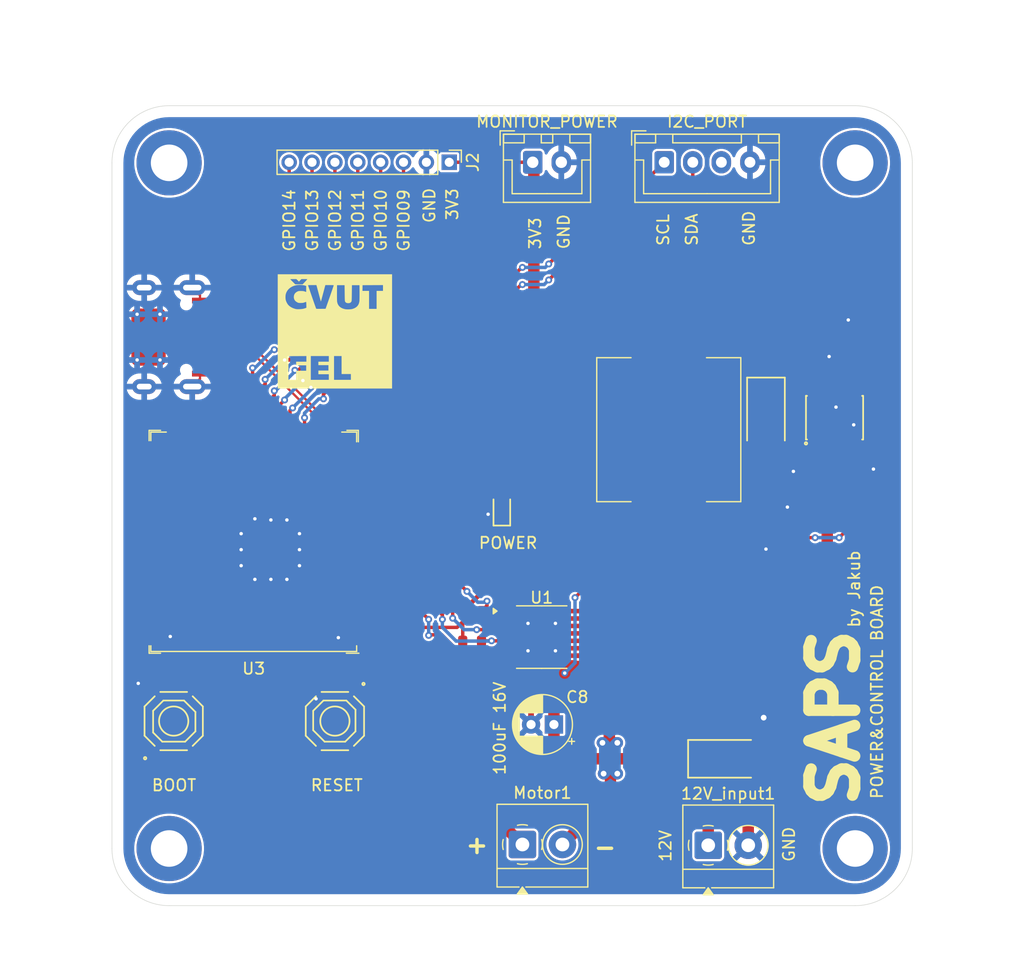
<source format=kicad_pcb>
(kicad_pcb (version 20241229) (generator "pcbnew") (generator_version "9.0")
  (layers (0 "F.Cu" signal) (2 "B.Cu" signal) (13 "F.Paste" user) (15 "B.Paste" user) (5 "F.SilkS" user "F.Silkscreen") (7 "B.SilkS" user "B.Silkscreen") (1 "F.Mask" user) (3 "B.Mask" user) (25 "Edge.Cuts" user))
  (net 0 "")
  (net 1 "GND")
  (net 2 "Net-(U2-SS)")
  (net 3 "+3.3V")
  (net 4 "Net-(U2-COMP)")
  (net 5 "Net-(C9-Pad2)")
  (net 6 "+12V")
  (net 7 "Net-(U1-CP2)")
  (net 8 "Net-(U1-CP1)")
  (net 9 "Net-(U1-VCP)")
  (net 10 "/DRV_fault")
  (net 11 "/DRV_sleep")
  (net 12 "/DRV_motor+")
  (net 14 "/DRV_enable")
  (net 15 "/DRV_phase")
  (net 17 "/DRV_motor-")
  (net 18 "/ESP_SCL")
  (net 19 "Net-(U2-BOOT)")
  (net 20 "/ESP_SDA")
  (net 21 "Net-(U2-PH)")
  (net 23 "Net-(U2-EN)")
  (net 24 "/DCDC_VSENCE")
  (net 25 "Net-(D2-Pad2)")
  (net 26 "Net-(S1-A)")
  (net 27 "/BOOT_BUTTON")
  (net 28 "Net-(J1-VBUS-PadA9B4)")
  (net 30 "/USB_D+")
  (net 31 "/USB_D-")
  (net 32 "Net-(J1-CC1)")
  (net 34 "Net-(J1-CC2)")
  (net 35 "/HEADER_GPIO12")
  (net 36 "/HEADER_GPIO14")
  (net 37 "/HEADER_GPIO10")
  (net 38 "/HEADER_GPIO11")
  (net 39 "/HEADER_GPIO13")
  (net 40 "/HEADER_GPIO15")
  (footprint "PCM_JLCPCB:R_0603" (layer "F.Cu") (at 113.9 76 90)
    (property "Reference" "R18" (hide yes))
    (property "Value" "5.1kΩ")
  )
  (footprint "PCM_JLCPCB:R_0603" (layer "F.Cu") (at 169.4 91.4)
    (property "Reference" "R6" (hide yes))
    (property "Value" "2kΩ")
  )
  (footprint "PCM_JLCPCB:R_0603" (layer "F.Cu") (at 161.68 97.15 180)
    (property "Reference" "R11" (hide yes))
    (property "Value" "2.4kΩ")
  )
  (footprint "PCM_JLCPCB:R_0603" (layer "F.Cu") (at 136 106.1)
    (property "Reference" "R2" (hide yes))
    (property "Value" "3.3kΩ")
  )
  (footprint "PCM_JLCPCB:C_0603" (layer "F.Cu") (at 142.2 109.5)
    (property "Reference" "C7" (hide yes))
    (property "Value" "100pF")
  )
  (footprint "PCM_JLCPCB:C_0805" (layer "F.Cu") (at 161.7 91.25)
    (property "Reference" "C12" (hide yes))
    (property "Value" "47uF")
  )
  (footprint "PCM_JLCPCB:D_SMA" (layer "F.Cu") (at 158.4 116.4)
    (property "Reference" "D3" (hide yes))
    (property "Value" "SMAJ24A")
  )
  (footprint "PCM_JLCPCB:C_0603" (layer "F.Cu") (at 169.9 81.2 90)
    (property "Reference" "C10" (hide yes))
    (property "Value" "47pF")
  )
  (footprint "PCM_JLCPCB:R_0603" (layer "F.Cu") (at 169.4 92.8)
    (property "Reference" "R5" (hide yes))
    (property "Value" "10kΩ")
  )
  (footprint "PCM_JLCPCB:R_0603" (layer "F.Cu") (at 149.9 69.6)
    (property "Reference" "R3" (hide yes))
    (property "Value" "4.7kΩ")
  )
  (footprint "PCM_JLCPCB:R_0603" (layer "F.Cu") (at 140.3 94.5 -90)
    (property "Reference" "R16" (hide yes))
    (property "Value" "240Ω")
  )
  (footprint "PCM_JLCPCB:R_0603" (layer "F.Cu") (at 149.9 73.1)
    (property "Reference" "R4" (hide yes))
    (property "Value" "4.7kΩ")
  )
  (footprint "PCM_JLCPCB:C_0603" (layer "F.Cu") (at 147.1 105.1 90)
    (property "Reference" "C5" (hide yes))
    (property "Value" "100pF")
  )
  (footprint "MountingHole:MountingHole_3.2mm_M3_ISO7380_Pad" (layer "F.Cu") (at 169.5 64.25)
    (property "Reference" "REF**" (hide yes))
    (property "Value" "MountingHole_3.2mm_M3_ISO7380_Pad")
  )
  (footprint "PCM_JLCPCB:SW-SMD_4P-L5.1-W5.1-P3.70-LS6.5-TL-2" (layer "F.Cu") (at 109.9 113.1 90)
    (property "Reference" "S2" (hide yes))
    (property "Value" "Tactile Button, 160gf")
  )
  (footprint "PCM_JLCPCB:C_0603" (layer "F.Cu") (at 147.1 102.1 -90)
    (property "Reference" "C6" (hide yes))
    (property "Value" "100pF")
  )
  (footprint "Connector_JST:JST_XH_B4B-XH-A_1x04_P2.50mm_Vertical" (layer "F.Cu") (at 152.8 64.2)
    (property "Reference" "I2C_PORT")
    (property "Value" "~")
  )
  (footprint "CTU_FEE:CVUT_FEL" (layer "F.Cu") (at 124 79)
    (property "Reference" "G***" (hide yes))
    (property "Value" "LOGO" (hide yes))
  )
  (footprint "PCM_JLCPCB:R_0603" (layer "F.Cu") (at 129.9 105.75 90)
    (property "Reference" "R17" (hide yes))
    (property "Value" "10kΩ")
  )
  (footprint "TerminalBlock_4Ucon:TerminalBlock_4Ucon_1x02_P3.50mm_Horizontal" (layer "F.Cu") (at 156.65 123.9675)
    (property "Reference" "12V_input1")
    (property "Value" "~")
  )
  (footprint "PCM_JLCPCB:SW-SMD_4P-L5.1-W5.1-P3.70-LS6.5-TL-2" (layer "F.Cu") (at 124 113.1 -90)
    (property "Reference" "S1" (hide yes))
    (property "Value" "Tactile Button, 160gf")
  )
  (footprint "PCM_JLCPCB:R_0603" (layer "F.Cu") (at 113.9 83 -90)
    (property "Reference" "R19" (hide yes))
    (property "Value" "5.1kΩ")
  )
  (footprint "PCM_JLCPCB:C_0805" (layer "F.Cu") (at 165.5 93.15 180)
    (property "Reference" "C2" (hide yes))
    (property "Value" "4.7uF")
  )
  (footprint "PCM_JLCPCB:D_0603" (layer "F.Cu") (at 138.6 94.5 90)
    (property "Reference" "D2" (hide yes))
    (property "Value" "Red")
  )
  (footprint "PCM_JLCPCB:R_0603" (layer "F.Cu") (at 161.6 95.25)
    (property "Reference" "R10" (hide yes))
    (property "Value" "7.5kΩ")
  )
  (footprint "MountingHole:MountingHole_3.2mm_M3_ISO7380_Pad" (layer "F.Cu") (at 169.5 124.25)
    (property "Reference" "REF**" (hide yes))
    (property "Value" "MountingHole_3.2mm_M3_ISO7380_Pad")
  )
  (footprint "MountingHole:MountingHole_3.2mm_M3_ISO7380_Pad" (layer "F.Cu") (at 109.5 124.25)
    (property "Reference" "REF**" (hide yes))
    (property "Value" "MountingHole_3.2mm_M3_ISO7380_Pad")
  )
  (footprint "PCM_JLCPCB:C_0402" (layer "F.Cu") (at 166.1 91.55 180)
    (property "Reference" "C3" (hide yes))
    (property "Value" "10nF")
  )
  (footprint "Connector_JST:JST_XH_B2B-XH-A_1x02_P2.50mm_Vertical" (layer "F.Cu") (at 141.3 64.2)
    (property "Reference" "MONITOR_POWER")
    (property "Value" "~")
  )
  (footprint "PCM_JLCPCB:SOIC-8_L5.0-W4.0-P1.27-LS6.0-BL" (layer "F.Cu") (at 167.7 86.55)
    (property "Reference" "U2" (hide yes))
    (property "Value" "TPS54331DR")
  )
  (footprint "PCM_JLCPCB:C_0402" (layer "F.Cu") (at 127.2 105.1 -90)
    (property "Reference" "C17" (hide yes))
    (property "Value" "100nF")
  )
  (footprint "PCM_JLCPCB:C_0402" (layer "F.Cu") (at 164.3 86.6 90)
    (property "Reference" "C11" (hide yes))
    (property "Value" "100nF")
  )
  (footprint "TerminalBlock_4Ucon:TerminalBlock_4Ucon_1x02_P3.50mm_Horizontal" (layer "F.Cu") (at 140.4 123.9)
    (property "Reference" "Motor1")
    (property "Value" "~")
  )
  (footprint "PCM_JLCPCB:C_0402" (layer "F.Cu") (at 109.9 109.5)
    (property "Reference" "C16" (hide yes))
    (property "Value" "100nF")
  )
  (footprint "PCM_JLCPCB:TYPE-C-SMD_HX-TYPE-C-16PIN" (layer "F.Cu") (at 109.7 79.5 -90)
    (property "Reference" "J1" (hide yes))
    (property "Value" "Connector, USB-TYPE-C-16P")
  )
  (footprint "PCM_JLCPCB:C_0402" (layer "F.Cu") (at 124 109.5 180)
    (property "Reference" "C15" (hide yes))
    (property "Value" "100nF")
  )
  (footprint "Capacitor_THT:CP_Radial_D5.0mm_P2.00mm" (layer "F.Cu") (at 143.155113 113.4 180)
    (property "Reference" "C8")
    (property "Value" "100uF")
  )
  (footprint "PCM_JLCPCB:D_SMA" (layer "F.Cu") (at 161.7 86.55 -90)
    (property "Reference" "D1" (hide yes))
    (property "Value" "SS34")
  )
  (footprint "PCM_Espressif:ESP32-S3-WROOM-1U" (layer "F.Cu") (at 116.9 97.56 180)
    (property "Reference" "U3")
    (property "Value" "ESP32-S3-WROOM-1")
  )
  (footprint "PCM_JLCPCB:R_0603" (layer "F.Cu") (at 169.1 79)
    (property "Reference" "R9" (hide yes))
    (property "Value" "30kΩ")
  )
  (footprint "PCM_JLCPCB:L_SMD,12.3x12.3mm" (layer "F.Cu") (at 153.2 87.6 -90)
    (property "Reference" "L1" (hide yes))
    (property "Value" "6.8uH")
  )
  (footprint "PCM_JLCPCB:C_0402" (layer "F.Cu") (at 171 89.3 90)
    (property "Reference" "C4" (hide yes))
    (property "Value" "10nF")
  )
  (footprint "PCM_JLCPCB:R_0603" (layer "F.Cu") (at 136 103.5 180)
    (property "Reference" "R1" (hide yes))
    (property "Value" "3.3kΩ")
  )
  (footprint "PCM_JLCPCB:C_0805" (layer "F.Cu") (at 165.5 95.35 180)
    (property "Reference" "C1" (hide yes))
    (property "Value" "4.7uF")
  )
  (footprint "PCM_JLCPCB:C_0805" (layer "F.Cu") (at 161.7 93.45)
    (property "Reference" "C13" (hide yes))
    (property "Value" "47uF")
  )
  (footprint "MountingHole:MountingHole_3.2mm_M3_ISO7380_Pad" (layer "F.Cu") (at 109.5 64.25)
    (property "Reference" "REF**" (hide yes))
    (property "Value" "MountingHole_3.2mm_M3_ISO7380_Pad")
  )
  (footprint "Connector_PinHeader_2.00mm:PinHeader_1x08_P2.00mm_Vertical" (layer "F.Cu") (at 134 64.2 -90)
    (property "Reference" "J2")
    (property "Value" "Conn_01x08")
  )
  (footprint "PCM_JLCPCB:C_0603" (layer "F.Cu") (at 128.4 105.6 -90)
    (property "Reference" "C18" (hide yes))
    (property "Value" "10uF")
  )
  (footprint "PCM_JLCPCB:C_0603" (layer "F.Cu") (at 168.3 81.2 90)
    (property "Reference" "C9" (hide yes))
    (property "Value" "1nF")
  )
  (footprint "Package_SO:TSSOP-16-1EP_4.4x5mm_P0.65mm_EP3x3mm_ThermalVias" (layer "F.Cu") (at 142.0875 105.75)
    (property "Reference" "U1")
    (property "Value" "DRV8800PWPR")
  )
  (gr_line (start 169.5 59.25) (end 109.5 59.25) (stroke (width 0.05)) (layer "Edge.Cuts"))
  (gr_arc (start 174.5 124.25) (mid 173.035534 127.785534) (end 169.5 129.25) (stroke (width 0.05)) (layer "Edge.Cuts"))
  (gr_line (start 109.5 129.25) (end 169.5 129.25) (stroke (width 0.05)) (layer "Edge.Cuts"))
  (gr_arc (start 169.5 59.25) (mid 173.035534 60.714466) (end 174.5 64.25) (stroke (width 0.05)) (layer "Edge.Cuts"))
  (gr_arc (start 109.5 129.25) (mid 105.964466 127.785534) (end 104.5 124.25) (stroke (width 0.05)) (layer "Edge.Cuts"))
  (gr_line (start 174.5 64.25) (end 174.5 124.25) (stroke (width 0.05)) (layer "Edge.Cuts"))
  (gr_arc (start 104.5 64.25) (mid 105.964466 60.714466) (end 109.5 59.25) (stroke (width 0.05)) (layer "Edge.Cuts"))
  (gr_line (start 104.5 64.25) (end 104.5 124.25) (stroke (width 0.05)) (layer "Edge.Cuts"))
  (gr_text "by Jakub" (at 170 105 90) (layer "F.SilkS") (effects (font (size 1 1) (thickness 0.153)) (justify left bottom)))
  (gr_text "GND" (at 144.6 71.9 90) (layer "F.SilkS") (effects (font (size 1 1) (thickness 0.153)) (justify left bottom)))
  (gr_text "GND" (at 160.8 71.6 90) (layer "F.SilkS") (effects (font (size 1 1) (thickness 0.153)) (justify left bottom)))
  (gr_text "GND" (at 132.85 69.6 90) (layer "F.SilkS") (effects (font (size 1 1)) (justify left bottom)))
  (gr_text "100uF 16V" (at 139 117.9 90) (layer "F.SilkS") (effects (font (size 1 1)) (justify left bottom)))
  (gr_text "GPIO12" (at 124.6 72.1 90) (layer "F.SilkS") (effects (font (size 1 1) (thickness 0.153)) (justify left bottom)))
  (gr_text "GND" (at 164.3 125.5 90) (layer "F.SilkS") (effects (font (size 1 1)) (justify left bottom)))
  (gr_text "-" (at 146.5 125 0) (layer "F.SilkS") (effects (font (size 1.5 1.5) (thickness 0.3) (bold yes)) (justify left bottom)))
  (gr_text "SDA" (at 155.8 71.6 90) (layer "F.SilkS") (effects (font (size 1 1) (thickness 0.153)) (justify left bottom)))
  (gr_text "POWER&CONTROL BOARD" (at 172 120 90) (layer "F.SilkS") (effects (font (size 1 1) (thickness 0.153)) (justify left bottom)))
  (gr_text "SCL" (at 153.3 71.6 90) (layer "F.SilkS") (effects (font (size 1 1) (thickness 0.153)) (justify left bottom)))
  (gr_text "3V3" (at 134.85 69.35 90) (layer "F.SilkS") (effects (font (size 1 1)) (justify left bottom)))
  (gr_text "GPIO13" (at 122.6 72.1 90) (layer "F.SilkS") (effects (font (size 1 1) (thickness 0.153)) (justify left bottom)))
  (gr_text "BOOT" (at 107.9 119.3 0) (layer "F.SilkS") (effects (font (size 1 1) (thickness 0.153)) (justify left bottom)))
  (gr_text "SAPS" (at 170 121 90) (layer "F.SilkS") (effects (font (size 4 4) (thickness 1) (bold yes)) (justify left bottom)))
  (gr_text "GPIO14" (at 120.6 72.1 90) (layer "F.SilkS") (effects (font (size 1 1) (thickness 0.153)) (justify left bottom)))
  (gr_text "+" (at 135.3 124.8 0) (layer "F.SilkS") (effects (font (size 1.5 1.5) (thickness 0.3) (bold yes)) (justify left bottom)))
  (gr_text "12V" (at 153.5 125.5 90) (layer "F.SilkS") (effects (font (size 1 1)) (justify left bottom)))
  (gr_text "GPIO09\n" (at 130.6 72.1 90) (layer "F.SilkS") (effects (font (size 1 1)) (justify left bottom)))
  (gr_text "POWER" (at 136.5 98.1 0) (layer "F.SilkS") (effects (font (size 1 1) (thickness 0.153)) (justify left bottom)))
  (gr_text "3V3" (at 142.1 71.9 90) (layer "F.SilkS") (effects (font (size 1 1) (thickness 0.153)) (justify left bottom)))
  (gr_text "GPIO10" (at 128.6 72.1 90) (layer "F.SilkS") (effects (font (size 1 1)) (justify left bottom)))
  (gr_text "GPIO11" (at 126.6 72.1 90) (layer "F.SilkS") (effects (font (size 1 1) (thickness 0.153)) (justify left bottom)))
  (gr_text "RESET" (at 121.8 119.3 0) (layer "F.SilkS") (effects (font (size 1 1) (thickness 0.153)) (justify left bottom)))
  (segment (start 162.65 91.25) (end 162.65 93.45) (width 0.5) (layer "F.Cu") (net 1))
  (segment (start 160.86 97.21) (end 161.7 98.05) (width 0.3) (layer "F.Cu") (net 1))
  (segment (start 170.75 91.4) (end 171.1 91.05) (width 0.3) (layer "F.Cu") (net 1))
  (segment (start 167.06 84.86) (end 167.06 83.84) (width 0.3) (layer "F.Cu") (net 1))
  (segment (start 160.86 97.15) (end 160.86 97.21) (width 0.3) (layer "F.Cu") (net 1))
  (segment (start 168.9 78) (end 168.92 78) (width 0.3) (layer "F.Cu") (net 1))
  (segment (start 125.65 105.82) (end 125.63 105.8) (width 0.3) (layer "F.Cu") (net 1))
  (segment (start 162.65 93.45) (end 163.575 94.375) (width 0.5) (layer "F.Cu") (net 1))
  (segment (start 144.9625 105.425) (end 142.4125 105.425) (width 0.3) (layer "F.Cu") (net 1))
  (segment (start 142.4125 105.425) (end 142.0875 105.75) (width 0.3) (layer "F.Cu") (net 1))
  (segment (start 139.2125 105.425) (end 141.7625 105.425) (width 0.3) (layer "F.Cu") (net 1))
  (segment (start 162.65 91.25) (end 164.1 91.25) (width 0.5) (layer "F.Cu") (net 1))
  (segment (start 164.1 91.25) (end 165.3 91.25) (width 0.5) (layer "F.Cu") (net 1))
  (segment (start 141.42 109.5) (end 141.42 109.445) (width 0.5) (layer "F.Cu") (net 1))
  (segment (start 140 108.025) (end 139.2125 108.025) (width 0.3) (layer "F.Cu") (net 1))
  (segment (start 127.62 105.6) (end 127.1 105.6) (width 0.3) (layer "F.Cu") (net 1))
  (segment (start 122.45 109.5) (end 122.15 109.8) (width 0.3) (layer "F.Cu") (net 1))
  (segment (start 128.4 106.38) (end 127.62 105.6) (width 0.3) (layer "F.Cu") (net 1))
  (segment (start 108.15 105.82) (end 109.48 105.82) (width 0.3) (layer "F.Cu") (net 1))
  (segment (start 167.225 81.2) (end 167.225 78.375) (width 0.3) (layer "F.Cu") (net 1))
  (segment (start 109.1 109.8) (end 109.4 109.5) (width 0.3) (layer "F.Cu") (net 1))
  (segment (start 109.48 105.82) (end 109.6 105.7) (width 0.3) (layer "F.Cu") (net 1))
  (segment (start 125.63 105.8) (end 124.3 105.8) (width 0.3) (layer "F.Cu") (net 1))
  (segment (start 160.15 123.9675) (end 160.15 116.65) (width 1) (layer "F.Cu") (net 1))
  (segment (start 125.87 105.6) (end 125.65 105.82) (width 0.3) (layer "F.Cu") (net 1))
  (segment (start 111.63 83.72) (end 111.52 83.83) (width 0.2) (layer "F.Cu") (net 1))
  (segment (start 122.15 110.95) (end 122.15 109.8) (width 0.3) (layer "F.Cu") (net 1))
  (segment (start 167.225 81.2) (end 167.225 81.575) (width 0.3) (layer "F.Cu") (net 1))
  (segment (start 122.35 111.15) (end 122.15 110.95) (width 0.3) (layer "F.Cu") (net 1))
  (segment (start 169.375 87.175) (end 167.825 85.625) (width 0.3) (layer "F.Cu") (net 1))
  (segment (start 164.55 92.6) (end 164.55 93.15) (width 0.5) (layer "F.Cu") (net 1))
  (segment (start 111.52 75.17) (end 113.89 75.17) (width 0.2) (layer "F.Cu") (net 1))
  (segment (start 168.92 78) (end 169.92 79) (width 0.3) (layer "F.Cu") (net 1))
  (segment (start 164.55 93.15) (end 164.55 95.35) (width 0.5) (layer "F.Cu") (net 1))
  (segment (start 138.6 95.29) (end 137.69 95.29) (width 0.5) (layer "F.Cu") (net 1))
  (segment (start 141.42 109.445) (end 140 108.025) (width 0.5) (layer "F.Cu") (net 1))
  (segment (start 140.975 108.025) (end 142.0875 106.9125) (width 0.3) (layer "F.Cu") (net 1))
  (segment (start 170.22 91.4) (end 170.75 91.4) (width 0.3) (layer "F.Cu") (net 1))
  (segment (start 161.7 90.3) (end 162.65 91.25) (width 0.5) (layer "F.Cu") (net 1))
  (segment (start 108.05 109.8) (end 109.1 109.8) (width 0.3) (layer "F.Cu") (net 1))
  (segment (start 112.2 76.3) (end 112.2 75.85) (width 0.2) (layer "F.Cu") (net 1))
  (segment (start 167.6 78) (end 168.9 78) (width 0.3) (layer "F.Cu") (net 1))
  (segment (start 108.05 109.8) (end 106.8 109.8) (width 0.3) (layer "F.Cu") (net 1))
  (segment (start 160.4 116.4) (end 160.4 113.9) (width 1) (layer "F.Cu") (net 1))
  (segment (start 165.3 91.25) (end 165.6 91.55) (width 0.5) (layer "F.Cu") (net 1))
  (segment (start 141.155113 113.4) (end 141.155113 109.764887) (width 0.5) (layer "F.Cu") (net 1))
  (segment (start 167.225 78.375) (end 167.6 78) (width 0.3) (layer "F.Cu") (net 1))
  (segment (start 112.2 75.85) (end 111.52 75.17) (width 0.2) (layer "F.Cu") (net 1))
  (segment (start 167.825 85.625) (end 167.06 84.86) (width 0.3) (layer "F.Cu") (net 1))
  (segment (start 112.2 83.15) (end 112.2 82.7) (width 0.2) (layer "F.Cu") (net 1))
  (segment (start 161.7 88.55) (end 161.7 90.3) (width 0.5) (layer "F.Cu") (net 1))
  (segment (start 169.92 80.4) (end 169.9 80.42) (width 0.2) (layer "F.Cu") (net 1))
  (segment (start 169.92 79) (end 169.92 80.4) (width 0.3) (layer "F.Cu") (net 1))
  (segment (start 123.5 109.5) (end 122.45 109.5) (width 0.3) (layer "F.Cu") (net 1))
  (segment (start 160.15 116.65) (end 160.4 116.4) (width 1) (layer "F.Cu") (net 1))
  (segment (start 167.225 81.575) (end 167.06 81.74) (width 0.3) (layer "F.Cu") (net 1))
  (segment (start 161.7 88.55) (end 161.65 88.55) (width 0.5) (layer "F.Cu") (net 1))
  (segment (start 137.69 95.29) (end 137.4 95) (width 0.5) (layer "F.Cu") (net 1))
  (segment (start 163.575 94.375) (end 164.55 95.35) (width 0.5) (layer "F.Cu") (net 1))
  (segment (start 165.6 91.55) (end 164.55 92.6) (width 0.5) (layer "F.Cu") (net 1))
  (segment (start 114 83.72) (end 111.63 83.72) (width 0.2) (layer "F.Cu") (net 1))
  (segment (start 111.52 83.83) (end 112.2 83.15) (width 0.2) (layer "F.Cu") (net 1))
  (segment (start 139.2125 108.025) (end 140.975 108.025) (width 0.3) (layer "F.Cu") (net 1))
  (segment (start 164.35 95.55) (end 164.55 95.35) (width 0.5) (layer "F.Cu") (net 1))
  (segment (start 167.06 81.74) (end 167.06 83.84) (width 0.3) (layer "F.Cu") (net 1))
  (segment (start 171 88.8) (end 169.375 87.175) (width 0.3) (layer "F.Cu") (net 1))
  (segment (start 127.2 105.6) (end 125.87 105.6) (width 0.3) (layer "F.Cu") (net 1))
  (segment (start 160.4 113.9) (end 161.5 112.8) (width 1) (layer "F.Cu") (net 1))
  (segment (start 141.155113 109.764887) (end 141.42 109.5) (width 0.5) (layer "F.Cu") (net 1))
  (segment (start 113.89 75.17) (end 113.9 75.18) (width 0.2) (layer "F.Cu") (net 1))
  (via (at 106.8 109.8) (size 0.6) (drill 0.3) (layers "F.Cu" "B.Cu") (net 1))
  (via (at 167.225 81.2) (size 0.6) (drill 0.3) (layers "F.Cu" "B.Cu") (net 1))
  (via (at 169.375 87.175) (size 0.6) (drill 0.3) (layers "F.Cu" "B.Cu") (net 1))
  (via (at 109.6 105.7) (size 0.6) (drill 0.3) (layers "F.Cu" "B.Cu") (net 1))
  (via (at 118.4 100.7) (size 0.6) (drill 0.3) (layers "F.Cu" "B.Cu") (net 1))
  (via (at 119.8 100.7) (size 0.6) (drill 0.3) (layers "F.Cu" "B.Cu") (net 1))
  (via (at 115.8 99.5) (size 0.6) (drill 0.3) (layers "F.Cu" "B.Cu") (net 1))
  (via (at 161.7 98.05) (size 0.6) (drill 0.3) (layers "F.Cu" "B.Cu") (net 1))
  (via (at 124.3 105.8) (size 0.6) (drill 0.3) (layers "F.Cu" "B.Cu") (net 1))
  (via (at 168.9 78) (size 0.6) (drill 0.3) (layers "F.Cu" "B.Cu") (net 1))
  (via (at 117 100.7) (size 0.6) (drill 0.3) (layers "F.Cu" "B.Cu") (net 1))
  (via (at 118.4 95.5) (size 0.6) (drill 0.3) (layers "F.Cu" "B.Cu") (net 1))
  (via (at 161.5 112.8) (size 1) (drill 0.5) (layers "F.Cu" "B.Cu") (net 1))
  (via (at 117 95.4) (size 0.6) (drill 0.3) (layers "F.Cu" "B.Cu") (net 1))
  (via (at 120.9 98.1) (size 0.6) (drill 0.3) (layers "F.Cu" "B.Cu") (net 1))
  (via (at 167.825 85.625) (size 0.6) (drill 0.3) (layers "F.Cu" "B.Cu") (net 1))
  (via (at 137.4 95) (size 0.6) (drill 0.3) (layers "F.Cu" "B.Cu") (net 1))
  (via (at 164.1 91.25) (size 0.6) (drill 0.3) (layers "F.Cu" "B.Cu") (net 1))
  (via (at 115.8 96.7) (size 0.6) (drill 0.3) (layers "F.Cu" "B.Cu") (net 1))
  (via (at 122.35 111.15) (size 0.6) (drill 0.3) (layers "F.Cu" "B.Cu") (net 1))
  (via (at 120.9 99.5) (size 0.6) (drill 0.3) (layers "F.Cu" "B.Cu") (net 1))
  (via (at 119.8 95.5) (size 0.6) (drill 0.3) (layers "F.Cu" "B.Cu") (net 1))
  (via (at 115.8 98.1) (size 0.6) (drill 0.3) (layers "F.Cu" "B.Cu") (net 1))
  (via (at 171.1 91.05) (size 0.6) (drill 0.3) (layers "F.Cu" "B.Cu") (net 1))
  (via (at 120.9 96.7) (size 0.6) (drill 0.3) (layers "F.Cu" "B.Cu") (net 1))
  (via (at 163.575 94.375) (size 0.6) (drill 0.3) (layers "F.Cu" "B.Cu") (net 1))
  (segment (start 170.46 89.26) (end 169.61 89.26) (width 0.2) (layer "F.Cu") (net 2))
  (segment (start 171 89.8) (end 170.46 89.26) (width 0.2) (layer "F.Cu") (net 2))
  (segment (start 141.4 64.3) (end 141.3 64.2) (width 1) (layer "F.Cu") (net 3))
  (segment (start 148.98 73.1) (end 149.08 73) (width 0.3) (layer "F.Cu") (net 3))
  (segment (start 141.4 77.8) (end 141.4 72.2) (width 1) (layer "F.Cu") (net 3))
  (segment (start 139.2125 104.125) (end 137.675 104.125) (width 0.3) (layer "F.Cu") (net 3))
  (segment (start 129.93 104.9) (end 134.68 104.9) (width 0.3) (layer "F.Cu") (net 3))
  (segment (start 128.4 104.82) (end 129.79 104.82) (width 0.3) (layer "F.Cu") (net 3))
  (segment (start 129.9 104.93) (end 129.93 104.9) (width 0.3) (layer "F.Cu") (net 3))
  (segment (start 160.75 91.25) (end 160.75 93.45) (width 1) (layer "F.Cu") (net 3))
  (segment (start 143.43 95.25) (end 145.85 95.25) (width 0.4) (layer "F.Cu") (net 3))
  (segment (start 127.2 104.6) (end 125.7 104.6) (width 0.3) (layer "F.Cu") (net 3))
  (segment (start 134 64.2) (end 141.3 64.2) (width 0.3) (layer "F.Cu") (net 3))
  (segment (start 134.68 104.9) (end 135.18 104.4) (width 0.3) (layer "F.Cu") (net 3))
  (segment (start 149.08 69.6) (end 144 69.6) (width 0.3) (layer "F.Cu") (net 3))
  (segment (start 127.05 104.55) (end 127.1 104.6) (width 0.3) (layer "F.Cu") (net 3))
  (segment (start 127.1 104.6) (end 128.18 104.6) (width 0.3) (layer "F.Cu") (net 3))
  (segment (start 153.2 92.55) (end 154.9 90.85) (width 1) (layer "F.Cu") (net 3))
  (segment (start 137.675 104.125) (end 137.4 104.4) (width 0.3) (layer "F.Cu") (net 3))
  (segment (start 141.4 90.8) (end 141.4 77.8) (width 1) (layer "F.Cu") (net 3))
  (segment (start 144 69.6) (end 141.4 72.2) (width 0.3) (layer "F.Cu") (net 3))
  (segment (start 160.78 93.48) (end 160.75 93.45) (width 1) (layer "F.Cu") (net 3))
  (segment (start 160.78 95.25) (end 160.78 93.48) (width 1) (layer "F.Cu") (net 3))
  (segment (start 142.6 96.08) (end 142.6 95.25) (width 0.4) (layer "F.Cu") (net 3))
  (segment (start 160.35 90.85) (end 160.75 91.25) (width 1) (layer "F.Cu") (net 3))
  (segment (start 129.79 104.82) (end 129.9 104.93) (width 0.3) (layer "F.Cu") (net 3))
  (segment (start 146.1 73.1) (end 141.4 77.8) (width 0.3) (layer "F.Cu") (net 3))
  (segment (start 135.18 106.1) (end 135.18 104.4) (width 0.3) (layer "F.Cu") (net 3))
  (segment (start 140.37 95.25) (end 140.3 95.32) (width 0.3) (layer "F.Cu") (net 3))
  (segment (start 141.4 69.7) (end 141.4 64.3) (width 1) (layer "F.Cu") (net 3))
  (segment (start 143.43 95.25) (end 140.37 95.25) (width 0.4) (layer "F.Cu") (net 3))
  (segment (start 135.18 104.4) (end 135.18 103.5) (width 0.3) (layer "F.Cu") (net 3))
  (segment (start 128.18 104.6) (end 128.4 104.82) (width 0.3) (layer "F.Cu") (net 3))
  (segment (start 154.9 90.85) (end 160.35 90.85) (width 1) (layer "F.Cu") (net 3))
  (segment (start 135.18 103.5) (end 142.6 96.08) (width 0.4) (layer "F.Cu") (net 3))
  (segment (start 125.7 104.6) (end 125.65 104.55) (width 0.3) (layer "F.Cu") (net 3))
  (segment (start 145.85 95.25) (end 141.4 90.8) (width 1) (layer "F.Cu") (net 3))
  (segment (start 137.4 104.4) (end 135.18 104.4) (width 0.3) (layer "F.Cu") (net 3))
  (segment (start 146.1 73.1) (end 148.98 73.1) (width 0.3) (layer "F.Cu") (net 3))
  (segment (start 141.4 72.2) (end 141.4 69.7) (width 1) (layer "F.Cu") (net 3))
  (segment (start 160.78 95.25) (end 145.85 95.25) (width 1) (layer "F.Cu") (net 3))
  (segment (start 168.3 81.98) (end 169.9 81.98) (width 0.3) (layer "F.Cu") (net 4))
  (segment (start 168.34 83.84) (end 168.34 82.02) (width 0.3) (layer "F.Cu") (net 4))
  (segment (start 168.34 82.02) (end 168.3 81.98) (width 0.3) (layer "F.Cu") (net 4))
  (segment (start 168.3 83.8) (end 168.34 83.84) (width 0.3) (layer "F.Cu") (net 4))
  (segment (start 168.3 80.42) (end 168.3 79.02) (width 0.3) (layer "F.Cu") (net 5))
  (segment (start 168.3 79.02) (end 168.28 79) (width 0.3) (layer "F.Cu") (net 5))
  (segment (start 144.855113 116.4) (end 143.155113 114.7) (width 1) (layer "F.Cu") (net 6))
  (segment (start 156.4 116.4) (end 144.855113 116.4) (width 1) (layer "F.Cu") (net 6))
  (segment (start 167.06 93.6) (end 167.26 93.4) (width 0.5) (layer "F.Cu") (net 6))
  (segment (start 147.1 101.42) (end 147 101.32) (width 0.3) (layer "F.Cu") (net 6))
  (segment (start 144.1 108.9) (end 144.725 108.275) (width 1) (layer "F.Cu") (net 6))
  (segment (start 145.98 101.32) (end 145 102.3) (width 0.3) (layer "F.Cu") (net 6))
  (segment (start 156.65 123.9675) (end 156.65 116.65) (width 1) (layer "F.Cu") (net 6))
  (segment (start 156.65 116.65) (end 156.4 116.4) (width 1) (layer "F.Cu") (net 6))
  (segment (start 144.725 108.275) (end 144.9625 108.275) (width 1) (layer "F.Cu") (net 6))
  (segment (start 168.58 92.8) (end 167.06 92.8) (width 0.5) (layer "F.Cu") (net 6))
  (segment (start 167.06 89.26) (end 167.06 92.8) (width 1) (layer "F.Cu") (net 6))
  (segment (start 167.06 93.6) (end 167.06 98.46) (width 1) (layer "F.Cu") (net 6))
  (segment (start 143.155113 114.7) (end 143.155113 109.844887) (width 1) (layer "F.Cu") (net 6))
  (segment (start 167.06 92.8) (end 167.06 93.6) (width 1) (layer "F.Cu") (net 6))
  (segment (start 156.4 116.4) (end 156.4 109.12) (width 1) (layer "F.Cu") (net 6))
  (segment (start 143.155113 109.844887) (end 144.1 108.9) (width 1) (layer "F.Cu") (net 6))
  (segment (start 147 101.32) (end 145.98 101.32) (width 0.3) (layer "F.Cu") (net 6))
  (segment (start 156.4 109.12) (end 167.06 98.46) (width 1) (layer "F.Cu") (net 6))
  (via (at 145 102.3) (size 0.6) (drill 0.3) (layers "F.Cu" "B.Cu") (net 6))
  (via (at 144.1 108.9) (size 0.6) (drill 0.3) (layers "F.Cu" "B.Cu") (net 6))
  (segment (start 145 108) (end 145 102.3) (width 0.3) (layer "B.Cu") (net 6))
  (segment (start 144.1 108.9) (end 145 108) (width 0.3) (layer "B.Cu") (net 6))
  (segment (start 147.1 104.32) (end 147.1 104.5) (width 0.3) (layer "F.Cu") (net 7))
  (segment (start 146.096447 105.503553) (end 146.096447 105.796447) (width 0.3) (layer "F.Cu") (net 7))
  (segment (start 147.1 104.5) (end 146.096447 105.503553) (width 0.3) (layer "F.Cu") (net 7))
  (segment (start 145.817894 106.075) (end 144.9625 106.075) (width 0.3) (layer "F.Cu") (net 7))
  (segment (start 146.096447 105.796447) (end 145.817894 106.075) (width 0.3) (layer "F.Cu") (net 7))
  (segment (start 145.875 106.725) (end 146.72 105.88) (width 0.3) (layer "F.Cu") (net 8))
  (segment (start 146.72 105.88) (end 147.1 105.88) (width 0.3) (layer "F.Cu") (net 8))
  (segment (start 144.9625 106.725) (end 145.875 106.725) (width 0.3) (layer "F.Cu") (net 8))
  (segment (start 144.9625 104.775) (end 145.725 104.775) (width 0.2) (layer "F.Cu") (net 9))
  (segment (start 145.725 104.775) (end 146.2 104.3) (width 0.2) (layer "F.Cu") (net 9))
  (segment (start 146.2 104.3) (end 146.2 103.6) (width 0.2) (layer "F.Cu") (net 9))
  (segment (start 146.2 103.6) (end 146.92 102.88) (width 0.2) (layer "F.Cu") (net 9))
  (segment (start 146.92 102.88) (end 147.1 102.88) (width 0.2) (layer "F.Cu") (net 9))
  (segment (start 144.8875 104.85) (end 144.9625 104.775) (width 0.2) (layer "F.Cu") (net 9))
  (segment (start 137.3 103) (end 136.82 103.48) (width 0.3) (layer "F.Cu") (net 10))
  (segment (start 136.82 103.48) (end 136.82 103.5) (width 0.3) (layer "F.Cu") (net 10))
  (segment (start 132 98.2) (end 125.65 98.2) (width 0.3) (layer "F.Cu") (net 10))
  (segment (start 139.1875 103.5) (end 139.2125 103.475) (width 0.3) (layer "F.Cu") (net 10))
  (segment (start 136.82 103.5) (end 139.1875 103.5) (width 0.3) (layer "F.Cu") (net 10))
  (segment (start 135.55 101.75) (end 132 98.2) (width 0.3) (layer "F.Cu") (net 10))
  (segment (start 137.3 102.6) (end 137.3 103) (width 0.3) (layer "F.Cu") (net 10))
  (via (at 137.3 102.6) (size 0.6) (drill 0.3) (layers "F.Cu" "B.Cu") (net 10))
  (via (at 135.55 101.75) (size 0.6) (drill 0.3) (layers "F.Cu" "B.Cu") (net 10))
  (segment (start 135.55 101.75) (end 136.5 102.7) (width 0.3) (layer "B.Cu") (net 10))
  (segment (start 137.2 102.7) (end 137.3 102.6) (width 0.3) (layer "B.Cu") (net 10))
  (segment (start 136.5 102.7) (end 137.2 102.7) (width 0.3) (layer "B.Cu") (net 10))
  (segment (start 136.845 106.075) (end 136.82 106.1) (width 0.3) (layer "F.Cu") (net 11))
  (segment (start 139.2125 106.075) (end 137.8 106.075) (width 0.3) (layer "F.Cu") (net 11))
  (segment (start 137.7 106.075) (end 136.845 106.075) (width 0.3) (layer "F.Cu") (net 11))
  (segment (start 130.34 100.74) (end 125.65 100.74) (width 0.3) (layer "F.Cu") (net 11))
  (segment (start 133.4 104.2) (end 133.4 103.8) (width 0.3) (layer "F.Cu") (net 11))
  (segment (start 133.4 103.8) (end 130.34 100.74) (width 0.3) (layer "F.Cu") (net 11))
  (segment (start 137.8 106.075) (end 137.7 106.075) (width 0.3) (layer "F.Cu") (net 11))
  (via (at 137.7 106.075) (size 0.6) (drill 0.3) (layers "F.Cu" "B.Cu") (net 11))
  (via (at 133.4 104.2) (size 0.6) (drill 0.3) (layers "F.Cu" "B.Cu") (net 11))
  (segment (start 137.675 106.1) (end 137.7 106.075) (width 0.3) (layer "B.Cu") (net 11))
  (segment (start 133.4 104.2) (end 133.4 104.9) (width 0.3) (layer "B.Cu") (net 11))
  (segment (start 134.6 106.1) (end 137.675 106.1) (width 0.3) (layer "B.Cu") (net 11))
  (segment (start 133.4 104.9) (end 134.6 106.1) (width 0.3) (layer "B.Cu") (net 11))
  (segment (start 139.1625 107.425) (end 139.2125 107.375) (width 0.4) (layer "F.Cu") (net 12))
  (segment (start 137.725 107.75) (end 137.2 108.275) (width 1) (layer "F.Cu") (net 12))
  (segment (start 137.775 107.425) (end 139.1625 107.425) (width 0.4) (layer "F.Cu") (net 12))
  (segment (start 137.725 107.475) (end 137.775 107.425) (width 0.4) (layer "F.Cu") (net 12))
  (segment (start 137.725 107.75) (end 137.725 107.475) (width 0.4) (layer "F.Cu") (net 12))
  (segment (start 137.2 120.7) (end 140.4 123.9) (width 1) (layer "F.Cu") (net 12))
  (segment (start 137.2 108.275) (end 137.2 120.7) (width 1) (layer "F.Cu") (net 12))
  (segment (start 132.2 105.6) (end 132.25 105.55) (width 0.3) (layer "F.Cu") (net 14))
  (segment (start 134.8 107) (end 137.3 107) (width 0.3) (layer "F.Cu") (net 14))
  (segment (start 130.01 102.01) (end 125.65 102.01) (width 0.3) (layer "F.Cu") (net 14))
  (segment (start 133.35 105.55) (end 134.8 107) (width 0.3) (layer "F.Cu") (net 14))
  (segment (start 137.3 107) (end 137.575 106.725) (width 0.3) (layer "F.Cu") (net 14))
  (segment (start 132.2 104.2) (end 130.01 102.01) (width 0.3) (layer "F.Cu") (net 14))
  (segment (start 132.25 105.55) (end 133.35 105.55) (width 0.3) (layer "F.Cu") (net 14))
  (segment (start 137.575 106.725) (end 139.2125 106.725) (width 0.3) (layer "F.Cu") (net 14))
  (via (at 132.2 105.6) (size 0.6) (drill 0.3) (layers "F.Cu" "B.Cu") (net 14))
  (via (at 132.2 104.2) (size 0.6) (drill 0.3) (layers "F.Cu" "B.Cu") (net 14))
  (segment (start 132.2 104.2) (end 132.2 105.6) (width 0.3) (layer "B.Cu") (net 14))
  (segment (start 125.65 99.47) (end 130.67 99.47) (width 0.3) (layer "F.Cu") (net 15))
  (segment (start 136.4 105.1) (end 137.6 105.1) (width 0.3) (layer "F.Cu") (net 15))
  (segment (start 137.925 104.775) (end 139.2125 104.775) (width 0.3) (layer "F.Cu") (net 15))
  (segment (start 134.3 103.1) (end 134.3 104.1) (width 0.3) (layer "F.Cu") (net 15))
  (segment (start 130.67 99.47) (end 134.3 103.1) (width 0.3) (layer "F.Cu") (net 15))
  (segment (start 137.6 105.1) (end 137.925 104.775) (width 0.3) (layer "F.Cu") (net 15))
  (segment (start 134.3 104.1) (end 134.3 104.2) (width 0.3) (layer "F.Cu") (net 15))
  (via (at 136.4 105.1) (size 0.6) (drill 0.3) (layers "F.Cu" "B.Cu") (net 15))
  (via (at 134.3 104.1) (size 0.6) (drill 0.3) (layers "F.Cu" "B.Cu") (net 15))
  (segment (start 135.3 105.1) (end 134.3 104.1) (width 0.3) (layer "B.Cu") (net 15))
  (segment (start 136.4 105.1) (end 135.3 105.1) (width 0.3) (layer "B.Cu") (net 15))
  (segment (start 147.5 117.7) (end 148.7 117.7) (width 1) (layer "F.Cu") (net 17))
  (segment (start 148 115) (end 148.7 115) (width 1) (layer "F.Cu") (net 17))
  (segment (start 148 115) (end 147.4 115) (width 1) (layer "F.Cu") (net 17))
  (segment (start 143.9 123.9) (end 148.1 119.7) (width 1) (layer "F.Cu") (net 17))
  (segment (start 146.4 107.4) (end 146.375 107.375) (width 0.4) (layer "F.Cu") (net 17))
  (segment (start 146.375 107.375) (end 144.9625 107.375) (width 0.4) (layer "F.Cu") (net 17))
  (segment (start 148 108.6) (end 148 115) (width 1) (layer "F.Cu") (net 17))
  (segment (start 146.8 107.4) (end 148 108.6) (width 1) (layer "F.Cu") (net 17))
  (segment (start 146.4 107.4) (end 146.8 107.4) (width 1) (layer "F.Cu") (net 17))
  (segment (start 148.1 119.7) (end 148.1 117.7) (width 1) (layer "F.Cu") (net 17))
  (via (at 148.7 115) (size 1) (drill 0.5) (layers "F.Cu" "B.Cu") (net 17))
  (via (at 148.7 117.7) (size 1) (drill 0.5) (layers "F.Cu" "B.Cu") (net 17))
  (via (at 147.4 115) (size 1) (drill 0.5) (layers "F.Cu" "B.Cu") (net 17))
  (via (at 147.5 117.7) (size 1) (drill 0.5) (layers "F.Cu" "B.Cu") (net 17))
  (segment (start 147.6 117.6) (end 147.6 115.2) (width 1) (layer "B.Cu") (net 17))
  (segment (start 148.7 117.7) (end 148.5 117.5) (width 1) (layer "B.Cu") (net 17))
  (segment (start 148.5 115.2) (end 148.7 115) (width 1) (layer "B.Cu") (net 17))
  (segment (start 147.5 117.7) (end 147.6 117.6) (width 1) (layer "B.Cu") (net 17))
  (segment (start 147.6 115.2) (end 147.4 115) (width 1) (layer "B.Cu") (net 17))
  (segment (start 148.5 117.5) (end 148.5 115.2) (width 1) (layer "B.Cu") (net 17))
  (segment (start 144.9 70.9) (end 149.42 70.9) (width 0.3) (layer "F.Cu") (net 18))
  (segment (start 125.65 94.39) (end 128.51 94.39) (width 0.3) (layer "F.Cu") (net 18))
  (segment (start 144.9 70.9) (end 142.7 73.1) (width 0.3) (layer "F.Cu") (net 18))
  (segment (start 128.51 94.39) (end 137.3 85.6) (width 0.3) (layer "F.Cu") (net 18))
  (segment (start 140.343201 73.4) (end 140.4 73.4) (width 0.3) (layer "F.Cu") (net 18))
  (segment (start 150.72 69.6) (end 150.72 66.28) (width 0.3) (layer "F.Cu") (net 18))
  (segment (start 137.3 85.6) (end 137.3 76.443201) (width 0.3) (layer "F.Cu") (net 18))
  (segment (start 150.72 66.28) (end 152.8 64.2) (width 0.3) (layer "F.Cu") (net 18))
  (segment (start 149.42 70.9) (end 150.72 69.6) (width 0.3) (layer "F.Cu") (net 18))
  (segment (start 137.3 76.443201) (end 140.343201 73.4) (width 0.3) (layer "F.Cu") (net 18))
  (via (at 142.7 73.1) (size 0.6) (drill 0.3) (layers "F.Cu" "B.Cu") (net 18))
  (via (at 140.4 73.4) (size 0.6) (drill 0.3) (layers "F.Cu" "B.Cu") (net 18))
  (segment (start 142.4 73.4) (end 142.7 73.1) (width 0.3) (layer "B.Cu") (net 18))
  (segment (start 140.4 73.4) (end 142.4 73.4) (width 0.3) (layer "B.Cu") (net 18))
  (segment (start 164.3 87.1) (end 165.79 88.59) (width 0.2) (layer "F.Cu") (net 19))
  (segment (start 165.79 88.59) (end 165.79 89.26) (width 0.2) (layer "F.Cu") (net 19))
  (segment (start 150.72 73) (end 152.52 73) (width 0.3) (layer "F.Cu") (net 20))
  (segment (start 152.52 73) (end 155.3 70.22) (width 0.3) (layer "F.Cu") (net 20))
  (segment (start 145.4 71.8) (end 149.52 71.8) (width 0.3) (layer "F.Cu") (net 20))
  (segment (start 125.65 95.66) (end 128.64 95.66) (width 0.3) (layer "F.Cu") (net 20))
  (segment (start 149.52 71.8) (end 150.72 73) (width 0.3) (layer "F.Cu") (net 20))
  (segment (start 138.4 85.9) (end 138.4 76.8) (width 0.3) (layer "F.Cu") (net 20))
  (segment (start 145.4 71.8) (end 142.7 74.5) (width 0.3) (layer "F.Cu") (net 20))
  (segment (start 128.64 95.66) (end 138.4 85.9) (width 0.3) (layer "F.Cu") (net 20))
  (segment (start 140.3 74.9) (end 140.4 74.9) (width 0.3) (layer "F.Cu") (net 20))
  (segment (start 155.3 64.2) (end 155.3 70.22) (width 0.3) (layer "F.Cu") (net 20))
  (segment (start 138.4 76.8) (end 140.3 74.9) (width 0.3) (layer "F.Cu") (net 20))
  (via (at 140.4 74.9) (size 0.6) (drill 0.3) (layers "F.Cu" "B.Cu") (net 20))
  (via (at 142.7 74.5) (size 0.6) (drill 0.3) (layers "F.Cu" "B.Cu") (net 20))
  (segment (start 140.4 74.9) (end 142.3 74.9) (width 0.3) (layer "B.Cu") (net 20))
  (segment (start 142.3 74.9) (end 142.7 74.5) (width 0.3) (layer "B.Cu") (net 20))
  (segment (start 161.7 83.65) (end 161.7 84.55) (width 1) (layer "F.Cu") (net 21))
  (segment (start 161.45 83.4) (end 161.5 83.35) (width 1) (layer "F.Cu") (net 21))
  (segment (start 161.5 83.35) (end 165.3 83.35) (width 1) (layer "F.Cu") (net 21))
  (segment (start 165.3 83.35) (end 165.79 83.84) (width 1) (layer "F.Cu") (net 21))
  (segment (start 160.7 82.65) (end 161.7 83.65) (width 1) (layer "F.Cu") (net 21))
  (segment (start 165.79 84.61) (end 165.79 83.84) (width 0.2) (layer "F.Cu") (net 21))
  (segment (start 161.45 84.3) (end 161.45 83.4) (width 1) (layer "F.Cu") (net 21))
  (segment (start 161.7 84.55) (end 161.45 84.3) (width 1) (layer "F.Cu") (net 21))
  (segment (start 164.3 86.1) (end 165.79 84.61) (width 0.2) (layer "F.Cu") (net 21))
  (segment (start 153.2 82.65) (end 160.7 82.65) (width 1) (layer "F.Cu") (net 21))
  (segment (start 170.22 92.8) (end 169.98 92.8) (width 0.3) (layer "F.Cu") (net 23))
  (segment (start 168.34 89.26) (end 168.34 91.16) (width 0.3) (layer "F.Cu") (net 23))
  (segment (start 169.98 92.8) (end 168.58 91.4) (width 0.3) (layer "F.Cu") (net 23))
  (segment (start 168.58 91.4) (end 168.7 91.4) (width 0.3) (layer "F.Cu") (net 23))
  (segment (start 168.34 91.16) (end 168.58 91.4) (width 0.2) (layer "F.Cu") (net 23))
  (segment (start 171.8 85.65) (end 169.99 83.84) (width 0.3) (layer "F.Cu") (net 24))
  (segment (start 162.9 96.25) (end 163.6 96.25) (width 0.3) (layer "F.Cu") (net 24))
  (segment (start 164.4 97.05) (end 166 97.05) (width 0.3) (layer "F.Cu") (net 24))
  (segment (start 162.42 95.77) (end 162.9 96.25) (width 0.3) (layer "F.Cu") (net 24))
  (segment (start 162.9 96.25) (end 162.42 96.73) (width 0.3) (layer "F.Cu") (net 24))
  (segment (start 168.1 97.05) (end 171.8 93.35) (width 0.3) (layer "F.Cu") (net 24))
  (segment (start 171.8 93.35) (end 171.8 85.65) (width 0.3) (layer "F.Cu") (net 24))
  (segment (start 162.42 95.25) (end 162.42 95.77) (width 0.3) (layer "F.Cu") (net 24))
  (segment (start 162.42 96.73) (end 162.42 97.07) (width 0.3) (layer "F.Cu") (net 24))
  (segment (start 169.99 83.84) (end 169.61 83.84) (width 0.3) (layer "F.Cu") (net 24))
  (segment (start 162.42 97.07) (end 162.5 97.15) (width 0.3) (layer "F.Cu") (net 24))
  (segment (start 163.6 96.25) (end 164.4 97.05) (width 0.3) (layer "F.Cu") (net 24))
  (via (at 168.1 97.05) (size 0.6) (drill 0.3) (layers "F.Cu" "B.Cu") (net 24))
  (via (at 166 97.05) (size 0.6) (drill 0.3) (layers "F.Cu" "B.Cu") (net 24))
  (segment (start 166 97.05) (end 168.1 97.05) (width 0.3) (layer "B.Cu") (net 24))
  (segment (start 140.3 93.68) (end 138.83 93.68) (width 0.5) (layer "F.Cu") (net 25))
  (segment (start 138.83 93.68) (end 138.6 93.91) (width 0.5) (layer "F.Cu") (net 25))
  (segment (start 129.9 106.57) (end 126.67 109.8) (width 0.3) (layer "F.Cu") (net 26))
  (segment (start 126.67 109.8) (end 125.85 109.8) (width 0.3) (layer "F.Cu") (net 26))
  (segment (start 123.3 104.5) (end 124.52 103.28) (width 0.3) (layer "F.Cu") (net 26))
  (segment (start 125.85 109.8) (end 123.3 107.25) (width 0.3) (layer "F.Cu") (net 26))
  (segment (start 123.3 107.25) (end 123.3 104.5) (width 0.3) (layer "F.Cu") (net 26))
  (segment (start 125.85 109.8) (end 124.8 109.8) (width 0.3) (layer "F.Cu") (net 26))
  (segment (start 124.8 109.8) (end 124.5 109.5) (width 0.3) (layer "F.Cu") (net 26))
  (segment (start 124.52 103.28) (end 125.65 103.28) (width 0.3) (layer "F.Cu") (net 26))
  (segment (start 111.75 92.05) (end 109.01 89.31) (width 0.3) (layer "F.Cu") (net 27))
  (segment (start 110.7 109.8) (end 110.4 109.5) (width 0.3) (layer "F.Cu") (net 27))
  (segment (start 111.75 109.8) (end 110.7 109.8) (width 0.3) (layer "F.Cu") (net 27))
  (segment (start 111.75 109.8) (end 111.75 92.05) (width 0.3) (layer "F.Cu") (net 27))
  (segment (start 110.4 109.5) (end 110.5 109.4) (width 0.3) (layer "F.Cu") (net 27))
  (segment (start 109.01 89.31) (end 108.15 89.31) (width 0.3) (layer "F.Cu") (net 27))
  (segment (start 122.2 86.3) (end 127.1 86.3) (width 0.2) (layer "F.Cu") (net 30))
  (segment (start 112.2 80.25) (end 113.05 80.25) (width 0.2) (layer "F.Cu") (net 30))
  (segment (start 127.5 86.7) (end 127.5 88.9) (width 0.2) (layer "F.Cu") (net 30))
  (segment (start 115.1 79.2) (end 122.2 86.3) (width 0.2) (layer "F.Cu") (net 30))
  (segment (start 112.2 79.25) (end 113.05 79.25) (width 0.2) (layer "F.Cu") (net 30))
  (segment (start 113.2 80.1) (end 113.2 79.2) (width 0.2) (layer "F.Cu") (net 30))
  (segment (start 113.05 80.25) (end 113.2 80.1) (width 0.2) (layer "F.Cu") (net 30))
  (segment (start 113.1 79.2) (end 115.1 79.2) (width 0.2) (layer "F.Cu") (net 30))
  (segment (start 127.5 88.9) (end 127.09 89.31) (width 0.2) (layer "F.Cu") (net 30))
  (segment (start 113.05 79.25) (end 113.1 79.2) (width 0.2) (layer "F.Cu") (net 30))
  (segment (start 127.09 89.31) (end 125.65 89.31) (width 0.2) (layer "F.Cu") (net 30))
  (segment (start 127.1 86.3) (end 127.5 86.7) (width 0.2) (layer "F.Cu") (net 30))
  (segment (start 111.1 78.9) (end 111.1 79.5) (width 0.2) (layer "F.Cu") (net 31))
  (segment (start 112.2 78.75) (end 115.25 78.75) (width 0.2) (layer "F.Cu") (net 31))
  (segment (start 115.25 78.75) (end 122.375736 85.875736) (width 0.2) (layer "F.Cu") (net 31))
  (segment (start 111.35 79.75) (end 112.2 79.75) (width 0.2) (layer "F.Cu") (net 31))
  (segment (start 111.25 78.75) (end 111.1 78.9) (width 0.2) (layer "F.Cu") (net 31))
  (segment (start 127.9 89.5) (end 126.82 90.58) (width 0.2) (layer "F.Cu") (net 31))
  (segment (start 111.1 79.5) (end 111.35 79.75) (width 0.2) (layer "F.Cu") (net 31))
  (segment (start 126.82 90.58) (end 125.65 90.58) (width 0.2) (layer "F.Cu") (net 31))
  (segment (start 112.2 78.75) (end 111.25 78.75) (width 0.2) (layer "F.Cu") (net 31))
  (segment (start 122.375736 85.875736) (end 127.275736 85.875736) (width 0.2) (layer "F.Cu") (net 31))
  (segment (start 127.275736 85.875736) (end 127.9 86.5) (width 0.2) (layer "F.Cu") (net 31))
  (segment (start 127.9 86.5) (end 127.9 89.5) (width 0.2) (layer "F.Cu") (net 31))
  (segment (start 113.9 77.4) (end 113.05 78.25) (width 0.2) (layer "F.Cu") (net 32))
  (segment (start 113.05 78.25) (end 112.2 78.25) (width 0.2) (layer "F.Cu") (net 32))
  (segment (start 113.9 76.82) (end 113.9 77.4) (width 0.2) (layer "F.Cu") (net 32))
  (segment (start 112.2 81.25) (end 113.17 81.25) (width 0.2) (layer "F.Cu") (net 34))
  (segment (start 113.17 81.25) (end 114 82.08) (width 0.2) (layer "F.Cu") (net 34))
  (segment (start 118.805 88.06) (end 118.805 85.795) (width 0.3) (layer "F.Cu") (net 35))
  (segment (start 126 64.2) (end 126 78.5) (width 0.3) (layer "F.Cu") (net 35))
  (segment (start 118.805 85.795) (end 119.6 85) (width 0.3) (layer "F.Cu") (net 35))
  (segment (start 126 78.5) (end 121.2 83.3) (width 0.3) (layer "F.Cu") (net 35))
  (via (at 121.2 83.3) (size 0.6) (drill 0.3) (layers "F.Cu" "B.Cu") (net 35))
  (via (at 119.6 85) (size 0.6) (drill 0.3) (layers "F.Cu" "B.Cu") (net 35))
  (segment (start 119.6 85) (end 119.6 84.9) (width 0.3) (layer "B.Cu") (net 35))
  (segment (start 119.6 84.9) (end 121.2 83.3) (width 0.3) (layer "B.Cu") (net 35))
  (segment (start 120 81.5) (end 122 79.5) (width 0.3) (layer "F.Cu") (net 36))
  (segment (start 119.6 81.5) (end 120 81.5) (width 0.3) (layer "F.Cu") (net 36))
  (segment (start 117.9 83.2) (end 117.9 83.6) (width 0.3) (layer "F.Cu") (net 36))
  (segment (start 117.9 83.6) (end 116.265 85.235) (width 0.3) (layer "F.Cu") (net 36))
  (segment (start 122 79.5) (end 122 64.2) (width 0.3) (layer "F.Cu") (net 36))
  (segment (start 116.265 85.235) (end 116.265 88.06) (width 0.3) (layer "F.Cu") (net 36))
  (via (at 117.9 83.2) (size 0.6) (drill 0.3) (layers "F.Cu" "B.Cu") (net 36))
  (via (at 119.6 81.5) (size 0.6) (drill 0.3) (layers "F.Cu" "B.Cu") (net 36))
  (segment (start 117.9 83.2) (end 119.6 81.5) (width 0.3) (layer "B.Cu") (net 36))
  (segment (start 130 77.5) (end 130 64.2) (width 0.3) (layer "F.Cu") (net 37))
  (segment (start 123 84.9) (end 123 84.5) (width 0.3) (layer "F.Cu") (net 37))
  (segment (start 121.345 88.06) (end 121.345 86.555) (width 0.3) (layer "F.Cu") (net 37))
  (segment (start 123 84.5) (end 130 77.5) (width 0.3) (layer "F.Cu") (net 37))
  (via (at 123 84.9) (size 0.6) (drill 0.3) (layers "F.Cu" "B.Cu") (net 37))
  (via (at 121.345 86.555) (size 0.6) (drill 0.3) (layers "F.Cu" "B.Cu") (net 37))
  (segment (start 123 84.9) (end 122.6 84.9) (width 0.3) (layer "B.Cu") (net 37))
  (segment (start 121.345 86.155) (end 121.345 86.555) (width 0.3) (layer "B.Cu") (net 37))
  (segment (start 122.6 84.9) (end 121.345 86.155) (width 0.3) (layer "B.Cu") (net 37))
  (segment (start 128 64.2) (end 128 77.8) (width 0.3) (layer "F.Cu") (net 38))
  (segment (start 120.075 85.925) (end 120.3 85.7) (width 0.3) (layer "F.Cu") (net 38))
  (segment (start 120.075 88.06) (end 120.075 85.925) (width 0.3) (layer "F.Cu") (net 38))
  (segment (start 128 77.8) (end 121.9 83.9) (width 0.3) (layer "F.Cu") (net 38))
  (via (at 120.3 85.7) (size 0.6) (drill 0.3) (layers "F.Cu" "B.Cu") (net 38))
  (via (at 121.9 83.9) (size 0.6) (drill 0.3) (layers "F.Cu" "B.Cu") (net 38))
  (segment (start 120.3 85.7) (end 121.9 84.1) (width 0.3) (layer "B.Cu") (net 38))
  (segment (start 121.9 84.1) (end 121.9 83.9) (width 0.3) (layer "B.Cu") (net 38))
  (segment (start 118.7 84.2) (end 118.7 84.6) (width 0.3) (layer "F.Cu") (net 39))
  (segment (start 123.65 64.55) (end 124 64.2) (width 0.3) (layer "F.Cu") (net 39))
  (segment (start 120.5 82.4) (end 120.8 82.4) (width 0.3) (layer "F.Cu") (net 39))
  (segment (start 120.8 82.4) (end 124 79.2) (width 0.3) (layer "F.Cu") (net 39))
  (segment (start 124 79.2) (end 124 64.2) (width 0.3) (layer "F.Cu") (net 39))
  (segment (start 117.535 85.765) (end 117.535 88.06) (width 0.3) (layer "F.Cu") (net 39))
  (segment (start 118.7 84.6) (end 117.535 85.765) (width 0.3) (layer "F.Cu") (net 39))
  (via (at 118.7 84.2) (size 0.6) (drill 0.3) (layers "F.Cu" "B.Cu") (net 39))
  (via (at 120.5 82.4) (size 0.6) (drill 0.3) (layers "F.Cu" "B.Cu") (net 39))
  (segment (start 118.7 84.2) (end 118.8 84.2) (width 0.3) (layer "B.Cu") (net 39))
  (segment (start 118.8 84.2) (end 120.4 82.6) (width 0.3) (layer "B.Cu") (net 39))
  (segment (start 120 79.9) (end 120 64.2) (width 0.3) (layer "F.Cu") (net 40))
  (segment (start 114.995 84.705) (end 114.995 88.06) (width 0.3) (layer "F.Cu") (net 40))
  (segment (start 118.7 80.6) (end 119.3 80.6) (width 0.3) (layer "F.Cu") (net 40))
  (segment (start 119.3 80.6) (end 120 79.9) (width 0.3) (layer "F.Cu") (net 40))
  (segment (start 116.8 82.2) (end 116.8 82.9) (width 0.3) (layer "F.Cu") (net 40))
  (segment (start 116.8 82.9) (end 114.995 84.705) (width 0.3) (layer "F.Cu") (net 40))
  (via (at 118.7 80.6) (size 0.6) (drill 0.3) (layers "F.Cu" "B.Cu") (net 40))
  (via (at 116.8 82.2) (size 0.6) (drill 0.3) (layers "F.Cu" "B.Cu") (net 40))
  (segment (start 118.5 80.7) (end 117 82.2) (width 0.3) (layer "B.Cu") (net 40))
  (segment (start 118.8 80.7) (end 118.5 80.7) (width 0.3) (layer "B.Cu") (net 40))
  (segment (start 118.7 80.6) (end 118.8 80.7) (width 0.3) (layer "B.Cu") (net 40))
  (segment (start 117 82.2) (end 116.8 82.2) (width 0.3) (layer "B.Cu") (net 40))
  (zone (net 1) (net_name "GND") (layer "F.Cu") (priority 1) (connect_pads (clearance 0.2)) (min_thickness 0.25) (fill yes (thermal_gap 0.5) (thermal_bridge_width 0.5))
    (polygon (pts (xy 115.1 94.7) (xy 121.8 94.7) (xy 121.8 101.9) (xy 115.1 101.9)))
  )
  (zone (net 1) (net_name "GND") (layer "B.Cu") (connect_pads (clearance 0.2)) (min_thickness 0.25) (fill yes (thermal_gap 0.5) (thermal_bridge_width 0.5))
    (polygon (pts (xy 98.5 54.8) (xy 98.5 134.2) (xy 182.2 134.1) (xy 182.2 50)))
  )
)
</source>
